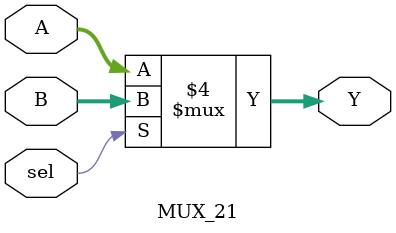
<source format=sv>
module MUX_21(input logic [7:0] A, B, input logic sel, output logic [7:0] Y);

    always_comb begin
        if(sel == 1)
            Y = B;
        else
            Y = A;
    end
endmodule
</source>
